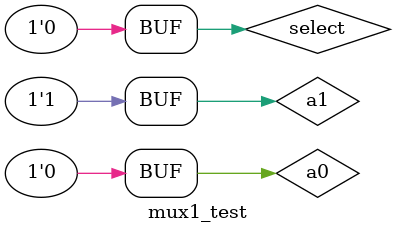
<source format=v>
`timescale 1ns / 1ps


module mux1_test;

	// Inputs
	reg select;
	reg a0;
	reg a1;

	// Outputs
	wire b;

	// Instantiate the Unit Under Test (UUT)
	mux1 uut (
		.select(select), 
		.a0(a0), 
		.a1(a1), 
		.b(b)
	);

	initial begin
		// Initialize Inputs

		select = 1'b0;
		a0 = 1'b0;
		a1 = 1'b1;
		
		// Wait 100 ns for global reset to finish
		#100;
		select=1'b1;
		#500;
		select=1'b0;
	end
      
endmodule


</source>
